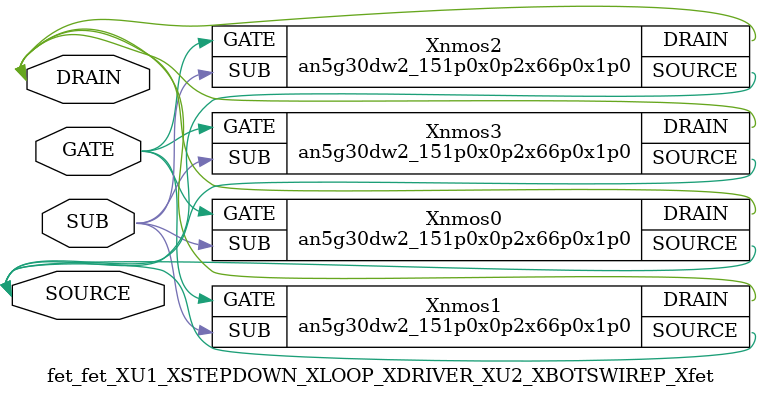
<source format=v>

module an5g30dw2_151p0x0p2x66p0x1p0 (DRAIN,GATE,SOURCE,SUB);
input GATE;
input SUB;
inout SOURCE;
inout DRAIN;
endmodule

//Celera Confidential Do Not Copy fet_fet_XU1_XSTEPDOWN_XLOOP_XDRIVER_XU2_XBOTSWIREP_Xfet
//Celera Confidential Symbol Generator
//power NMOS:Ron:0.200 Ohm
//Vgs 6V Vds 30V
//Kelvin:no

module fet_fet_XU1_XSTEPDOWN_XLOOP_XDRIVER_XU2_XBOTSWIREP_Xfet (GATE,SOURCE,DRAIN,SUB);
input GATE;
inout SOURCE;
inout DRAIN;
input SUB;

//Celera Confidential Do Not Copy an5g30dw2_151p0x0p2x66p0x1p0
an5g30dw2_151p0x0p2x66p0x1p0 Xnmos0(
.DRAIN (DRAIN),
.GATE (GATE),
.SOURCE (SOURCE),
.SUB (SUB)
);
//,diesize,an5g30dw2_151p0x0p2x66p0x1p0

//Celera Confidential Do Not Copy an5g30dw2_151p0x0p2x66p0x1p0
an5g30dw2_151p0x0p2x66p0x1p0 Xnmos1(
.DRAIN (DRAIN),
.GATE (GATE),
.SOURCE (SOURCE),
.SUB (SUB)
);
//,diesize,an5g30dw2_151p0x0p2x66p0x1p0

//Celera Confidential Do Not Copy an5g30dw2_151p0x0p2x66p0x1p0
an5g30dw2_151p0x0p2x66p0x1p0 Xnmos2(
.DRAIN (DRAIN),
.GATE (GATE),
.SOURCE (SOURCE),
.SUB (SUB)
);
//,diesize,an5g30dw2_151p0x0p2x66p0x1p0

//Celera Confidential Do Not Copy an5g30dw2_151p0x0p2x66p0x1p0
an5g30dw2_151p0x0p2x66p0x1p0 Xnmos3(
.DRAIN (DRAIN),
.GATE (GATE),
.SOURCE (SOURCE),
.SUB (SUB)
);
//,diesize,an5g30dw2_151p0x0p2x66p0x1p0

//Celera Confidential Do Not Copy Module End
//Celera Schematic Generator
endmodule

</source>
